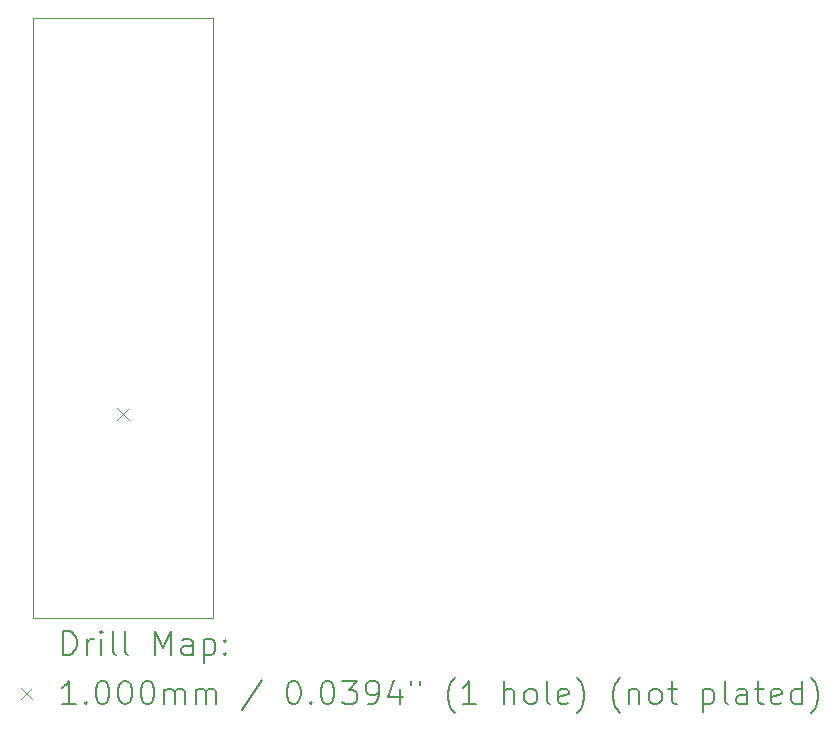
<source format=gbr>
%TF.GenerationSoftware,KiCad,Pcbnew,8.0.0*%
%TF.CreationDate,2024-03-15T22:38:59+11:00*%
%TF.ProjectId,PCAL6534EV-breakout,5043414c-3635-4333-9445-562d62726561,rev?*%
%TF.SameCoordinates,Original*%
%TF.FileFunction,Drillmap*%
%TF.FilePolarity,Positive*%
%FSLAX45Y45*%
G04 Gerber Fmt 4.5, Leading zero omitted, Abs format (unit mm)*
G04 Created by KiCad (PCBNEW 8.0.0) date 2024-03-15 22:38:59*
%MOMM*%
%LPD*%
G01*
G04 APERTURE LIST*
%ADD10C,0.050000*%
%ADD11C,0.200000*%
%ADD12C,0.100000*%
G04 APERTURE END LIST*
D10*
X14738000Y-8508000D02*
X16262000Y-8508000D01*
X16262000Y-13588000D01*
X14738000Y-13588000D01*
X14738000Y-8508000D01*
D11*
D12*
X15450000Y-11815880D02*
X15550000Y-11915880D01*
X15550000Y-11815880D02*
X15450000Y-11915880D01*
D11*
X14996277Y-13901984D02*
X14996277Y-13701984D01*
X14996277Y-13701984D02*
X15043896Y-13701984D01*
X15043896Y-13701984D02*
X15072467Y-13711508D01*
X15072467Y-13711508D02*
X15091515Y-13730555D01*
X15091515Y-13730555D02*
X15101039Y-13749603D01*
X15101039Y-13749603D02*
X15110562Y-13787698D01*
X15110562Y-13787698D02*
X15110562Y-13816269D01*
X15110562Y-13816269D02*
X15101039Y-13854365D01*
X15101039Y-13854365D02*
X15091515Y-13873412D01*
X15091515Y-13873412D02*
X15072467Y-13892460D01*
X15072467Y-13892460D02*
X15043896Y-13901984D01*
X15043896Y-13901984D02*
X14996277Y-13901984D01*
X15196277Y-13901984D02*
X15196277Y-13768650D01*
X15196277Y-13806746D02*
X15205801Y-13787698D01*
X15205801Y-13787698D02*
X15215324Y-13778174D01*
X15215324Y-13778174D02*
X15234372Y-13768650D01*
X15234372Y-13768650D02*
X15253420Y-13768650D01*
X15320086Y-13901984D02*
X15320086Y-13768650D01*
X15320086Y-13701984D02*
X15310562Y-13711508D01*
X15310562Y-13711508D02*
X15320086Y-13721031D01*
X15320086Y-13721031D02*
X15329610Y-13711508D01*
X15329610Y-13711508D02*
X15320086Y-13701984D01*
X15320086Y-13701984D02*
X15320086Y-13721031D01*
X15443896Y-13901984D02*
X15424848Y-13892460D01*
X15424848Y-13892460D02*
X15415324Y-13873412D01*
X15415324Y-13873412D02*
X15415324Y-13701984D01*
X15548658Y-13901984D02*
X15529610Y-13892460D01*
X15529610Y-13892460D02*
X15520086Y-13873412D01*
X15520086Y-13873412D02*
X15520086Y-13701984D01*
X15777229Y-13901984D02*
X15777229Y-13701984D01*
X15777229Y-13701984D02*
X15843896Y-13844841D01*
X15843896Y-13844841D02*
X15910562Y-13701984D01*
X15910562Y-13701984D02*
X15910562Y-13901984D01*
X16091515Y-13901984D02*
X16091515Y-13797222D01*
X16091515Y-13797222D02*
X16081991Y-13778174D01*
X16081991Y-13778174D02*
X16062943Y-13768650D01*
X16062943Y-13768650D02*
X16024848Y-13768650D01*
X16024848Y-13768650D02*
X16005801Y-13778174D01*
X16091515Y-13892460D02*
X16072467Y-13901984D01*
X16072467Y-13901984D02*
X16024848Y-13901984D01*
X16024848Y-13901984D02*
X16005801Y-13892460D01*
X16005801Y-13892460D02*
X15996277Y-13873412D01*
X15996277Y-13873412D02*
X15996277Y-13854365D01*
X15996277Y-13854365D02*
X16005801Y-13835317D01*
X16005801Y-13835317D02*
X16024848Y-13825793D01*
X16024848Y-13825793D02*
X16072467Y-13825793D01*
X16072467Y-13825793D02*
X16091515Y-13816269D01*
X16186753Y-13768650D02*
X16186753Y-13968650D01*
X16186753Y-13778174D02*
X16205801Y-13768650D01*
X16205801Y-13768650D02*
X16243896Y-13768650D01*
X16243896Y-13768650D02*
X16262943Y-13778174D01*
X16262943Y-13778174D02*
X16272467Y-13787698D01*
X16272467Y-13787698D02*
X16281991Y-13806746D01*
X16281991Y-13806746D02*
X16281991Y-13863888D01*
X16281991Y-13863888D02*
X16272467Y-13882936D01*
X16272467Y-13882936D02*
X16262943Y-13892460D01*
X16262943Y-13892460D02*
X16243896Y-13901984D01*
X16243896Y-13901984D02*
X16205801Y-13901984D01*
X16205801Y-13901984D02*
X16186753Y-13892460D01*
X16367705Y-13882936D02*
X16377229Y-13892460D01*
X16377229Y-13892460D02*
X16367705Y-13901984D01*
X16367705Y-13901984D02*
X16358182Y-13892460D01*
X16358182Y-13892460D02*
X16367705Y-13882936D01*
X16367705Y-13882936D02*
X16367705Y-13901984D01*
X16367705Y-13778174D02*
X16377229Y-13787698D01*
X16377229Y-13787698D02*
X16367705Y-13797222D01*
X16367705Y-13797222D02*
X16358182Y-13787698D01*
X16358182Y-13787698D02*
X16367705Y-13778174D01*
X16367705Y-13778174D02*
X16367705Y-13797222D01*
D12*
X14635500Y-14180500D02*
X14735500Y-14280500D01*
X14735500Y-14180500D02*
X14635500Y-14280500D01*
D11*
X15101039Y-14321984D02*
X14986753Y-14321984D01*
X15043896Y-14321984D02*
X15043896Y-14121984D01*
X15043896Y-14121984D02*
X15024848Y-14150555D01*
X15024848Y-14150555D02*
X15005801Y-14169603D01*
X15005801Y-14169603D02*
X14986753Y-14179127D01*
X15186753Y-14302936D02*
X15196277Y-14312460D01*
X15196277Y-14312460D02*
X15186753Y-14321984D01*
X15186753Y-14321984D02*
X15177229Y-14312460D01*
X15177229Y-14312460D02*
X15186753Y-14302936D01*
X15186753Y-14302936D02*
X15186753Y-14321984D01*
X15320086Y-14121984D02*
X15339134Y-14121984D01*
X15339134Y-14121984D02*
X15358182Y-14131508D01*
X15358182Y-14131508D02*
X15367705Y-14141031D01*
X15367705Y-14141031D02*
X15377229Y-14160079D01*
X15377229Y-14160079D02*
X15386753Y-14198174D01*
X15386753Y-14198174D02*
X15386753Y-14245793D01*
X15386753Y-14245793D02*
X15377229Y-14283888D01*
X15377229Y-14283888D02*
X15367705Y-14302936D01*
X15367705Y-14302936D02*
X15358182Y-14312460D01*
X15358182Y-14312460D02*
X15339134Y-14321984D01*
X15339134Y-14321984D02*
X15320086Y-14321984D01*
X15320086Y-14321984D02*
X15301039Y-14312460D01*
X15301039Y-14312460D02*
X15291515Y-14302936D01*
X15291515Y-14302936D02*
X15281991Y-14283888D01*
X15281991Y-14283888D02*
X15272467Y-14245793D01*
X15272467Y-14245793D02*
X15272467Y-14198174D01*
X15272467Y-14198174D02*
X15281991Y-14160079D01*
X15281991Y-14160079D02*
X15291515Y-14141031D01*
X15291515Y-14141031D02*
X15301039Y-14131508D01*
X15301039Y-14131508D02*
X15320086Y-14121984D01*
X15510562Y-14121984D02*
X15529610Y-14121984D01*
X15529610Y-14121984D02*
X15548658Y-14131508D01*
X15548658Y-14131508D02*
X15558182Y-14141031D01*
X15558182Y-14141031D02*
X15567705Y-14160079D01*
X15567705Y-14160079D02*
X15577229Y-14198174D01*
X15577229Y-14198174D02*
X15577229Y-14245793D01*
X15577229Y-14245793D02*
X15567705Y-14283888D01*
X15567705Y-14283888D02*
X15558182Y-14302936D01*
X15558182Y-14302936D02*
X15548658Y-14312460D01*
X15548658Y-14312460D02*
X15529610Y-14321984D01*
X15529610Y-14321984D02*
X15510562Y-14321984D01*
X15510562Y-14321984D02*
X15491515Y-14312460D01*
X15491515Y-14312460D02*
X15481991Y-14302936D01*
X15481991Y-14302936D02*
X15472467Y-14283888D01*
X15472467Y-14283888D02*
X15462943Y-14245793D01*
X15462943Y-14245793D02*
X15462943Y-14198174D01*
X15462943Y-14198174D02*
X15472467Y-14160079D01*
X15472467Y-14160079D02*
X15481991Y-14141031D01*
X15481991Y-14141031D02*
X15491515Y-14131508D01*
X15491515Y-14131508D02*
X15510562Y-14121984D01*
X15701039Y-14121984D02*
X15720086Y-14121984D01*
X15720086Y-14121984D02*
X15739134Y-14131508D01*
X15739134Y-14131508D02*
X15748658Y-14141031D01*
X15748658Y-14141031D02*
X15758182Y-14160079D01*
X15758182Y-14160079D02*
X15767705Y-14198174D01*
X15767705Y-14198174D02*
X15767705Y-14245793D01*
X15767705Y-14245793D02*
X15758182Y-14283888D01*
X15758182Y-14283888D02*
X15748658Y-14302936D01*
X15748658Y-14302936D02*
X15739134Y-14312460D01*
X15739134Y-14312460D02*
X15720086Y-14321984D01*
X15720086Y-14321984D02*
X15701039Y-14321984D01*
X15701039Y-14321984D02*
X15681991Y-14312460D01*
X15681991Y-14312460D02*
X15672467Y-14302936D01*
X15672467Y-14302936D02*
X15662943Y-14283888D01*
X15662943Y-14283888D02*
X15653420Y-14245793D01*
X15653420Y-14245793D02*
X15653420Y-14198174D01*
X15653420Y-14198174D02*
X15662943Y-14160079D01*
X15662943Y-14160079D02*
X15672467Y-14141031D01*
X15672467Y-14141031D02*
X15681991Y-14131508D01*
X15681991Y-14131508D02*
X15701039Y-14121984D01*
X15853420Y-14321984D02*
X15853420Y-14188650D01*
X15853420Y-14207698D02*
X15862943Y-14198174D01*
X15862943Y-14198174D02*
X15881991Y-14188650D01*
X15881991Y-14188650D02*
X15910563Y-14188650D01*
X15910563Y-14188650D02*
X15929610Y-14198174D01*
X15929610Y-14198174D02*
X15939134Y-14217222D01*
X15939134Y-14217222D02*
X15939134Y-14321984D01*
X15939134Y-14217222D02*
X15948658Y-14198174D01*
X15948658Y-14198174D02*
X15967705Y-14188650D01*
X15967705Y-14188650D02*
X15996277Y-14188650D01*
X15996277Y-14188650D02*
X16015324Y-14198174D01*
X16015324Y-14198174D02*
X16024848Y-14217222D01*
X16024848Y-14217222D02*
X16024848Y-14321984D01*
X16120086Y-14321984D02*
X16120086Y-14188650D01*
X16120086Y-14207698D02*
X16129610Y-14198174D01*
X16129610Y-14198174D02*
X16148658Y-14188650D01*
X16148658Y-14188650D02*
X16177229Y-14188650D01*
X16177229Y-14188650D02*
X16196277Y-14198174D01*
X16196277Y-14198174D02*
X16205801Y-14217222D01*
X16205801Y-14217222D02*
X16205801Y-14321984D01*
X16205801Y-14217222D02*
X16215324Y-14198174D01*
X16215324Y-14198174D02*
X16234372Y-14188650D01*
X16234372Y-14188650D02*
X16262943Y-14188650D01*
X16262943Y-14188650D02*
X16281991Y-14198174D01*
X16281991Y-14198174D02*
X16291515Y-14217222D01*
X16291515Y-14217222D02*
X16291515Y-14321984D01*
X16681991Y-14112460D02*
X16510563Y-14369603D01*
X16939134Y-14121984D02*
X16958182Y-14121984D01*
X16958182Y-14121984D02*
X16977229Y-14131508D01*
X16977229Y-14131508D02*
X16986753Y-14141031D01*
X16986753Y-14141031D02*
X16996277Y-14160079D01*
X16996277Y-14160079D02*
X17005801Y-14198174D01*
X17005801Y-14198174D02*
X17005801Y-14245793D01*
X17005801Y-14245793D02*
X16996277Y-14283888D01*
X16996277Y-14283888D02*
X16986753Y-14302936D01*
X16986753Y-14302936D02*
X16977229Y-14312460D01*
X16977229Y-14312460D02*
X16958182Y-14321984D01*
X16958182Y-14321984D02*
X16939134Y-14321984D01*
X16939134Y-14321984D02*
X16920087Y-14312460D01*
X16920087Y-14312460D02*
X16910563Y-14302936D01*
X16910563Y-14302936D02*
X16901039Y-14283888D01*
X16901039Y-14283888D02*
X16891515Y-14245793D01*
X16891515Y-14245793D02*
X16891515Y-14198174D01*
X16891515Y-14198174D02*
X16901039Y-14160079D01*
X16901039Y-14160079D02*
X16910563Y-14141031D01*
X16910563Y-14141031D02*
X16920087Y-14131508D01*
X16920087Y-14131508D02*
X16939134Y-14121984D01*
X17091515Y-14302936D02*
X17101039Y-14312460D01*
X17101039Y-14312460D02*
X17091515Y-14321984D01*
X17091515Y-14321984D02*
X17081991Y-14312460D01*
X17081991Y-14312460D02*
X17091515Y-14302936D01*
X17091515Y-14302936D02*
X17091515Y-14321984D01*
X17224848Y-14121984D02*
X17243896Y-14121984D01*
X17243896Y-14121984D02*
X17262944Y-14131508D01*
X17262944Y-14131508D02*
X17272468Y-14141031D01*
X17272468Y-14141031D02*
X17281991Y-14160079D01*
X17281991Y-14160079D02*
X17291515Y-14198174D01*
X17291515Y-14198174D02*
X17291515Y-14245793D01*
X17291515Y-14245793D02*
X17281991Y-14283888D01*
X17281991Y-14283888D02*
X17272468Y-14302936D01*
X17272468Y-14302936D02*
X17262944Y-14312460D01*
X17262944Y-14312460D02*
X17243896Y-14321984D01*
X17243896Y-14321984D02*
X17224848Y-14321984D01*
X17224848Y-14321984D02*
X17205801Y-14312460D01*
X17205801Y-14312460D02*
X17196277Y-14302936D01*
X17196277Y-14302936D02*
X17186753Y-14283888D01*
X17186753Y-14283888D02*
X17177229Y-14245793D01*
X17177229Y-14245793D02*
X17177229Y-14198174D01*
X17177229Y-14198174D02*
X17186753Y-14160079D01*
X17186753Y-14160079D02*
X17196277Y-14141031D01*
X17196277Y-14141031D02*
X17205801Y-14131508D01*
X17205801Y-14131508D02*
X17224848Y-14121984D01*
X17358182Y-14121984D02*
X17481991Y-14121984D01*
X17481991Y-14121984D02*
X17415325Y-14198174D01*
X17415325Y-14198174D02*
X17443896Y-14198174D01*
X17443896Y-14198174D02*
X17462944Y-14207698D01*
X17462944Y-14207698D02*
X17472468Y-14217222D01*
X17472468Y-14217222D02*
X17481991Y-14236269D01*
X17481991Y-14236269D02*
X17481991Y-14283888D01*
X17481991Y-14283888D02*
X17472468Y-14302936D01*
X17472468Y-14302936D02*
X17462944Y-14312460D01*
X17462944Y-14312460D02*
X17443896Y-14321984D01*
X17443896Y-14321984D02*
X17386753Y-14321984D01*
X17386753Y-14321984D02*
X17367706Y-14312460D01*
X17367706Y-14312460D02*
X17358182Y-14302936D01*
X17577229Y-14321984D02*
X17615325Y-14321984D01*
X17615325Y-14321984D02*
X17634372Y-14312460D01*
X17634372Y-14312460D02*
X17643896Y-14302936D01*
X17643896Y-14302936D02*
X17662944Y-14274365D01*
X17662944Y-14274365D02*
X17672468Y-14236269D01*
X17672468Y-14236269D02*
X17672468Y-14160079D01*
X17672468Y-14160079D02*
X17662944Y-14141031D01*
X17662944Y-14141031D02*
X17653420Y-14131508D01*
X17653420Y-14131508D02*
X17634372Y-14121984D01*
X17634372Y-14121984D02*
X17596277Y-14121984D01*
X17596277Y-14121984D02*
X17577229Y-14131508D01*
X17577229Y-14131508D02*
X17567706Y-14141031D01*
X17567706Y-14141031D02*
X17558182Y-14160079D01*
X17558182Y-14160079D02*
X17558182Y-14207698D01*
X17558182Y-14207698D02*
X17567706Y-14226746D01*
X17567706Y-14226746D02*
X17577229Y-14236269D01*
X17577229Y-14236269D02*
X17596277Y-14245793D01*
X17596277Y-14245793D02*
X17634372Y-14245793D01*
X17634372Y-14245793D02*
X17653420Y-14236269D01*
X17653420Y-14236269D02*
X17662944Y-14226746D01*
X17662944Y-14226746D02*
X17672468Y-14207698D01*
X17843896Y-14188650D02*
X17843896Y-14321984D01*
X17796277Y-14112460D02*
X17748658Y-14255317D01*
X17748658Y-14255317D02*
X17872468Y-14255317D01*
X17939134Y-14121984D02*
X17939134Y-14160079D01*
X18015325Y-14121984D02*
X18015325Y-14160079D01*
X18310563Y-14398174D02*
X18301039Y-14388650D01*
X18301039Y-14388650D02*
X18281991Y-14360079D01*
X18281991Y-14360079D02*
X18272468Y-14341031D01*
X18272468Y-14341031D02*
X18262944Y-14312460D01*
X18262944Y-14312460D02*
X18253420Y-14264841D01*
X18253420Y-14264841D02*
X18253420Y-14226746D01*
X18253420Y-14226746D02*
X18262944Y-14179127D01*
X18262944Y-14179127D02*
X18272468Y-14150555D01*
X18272468Y-14150555D02*
X18281991Y-14131508D01*
X18281991Y-14131508D02*
X18301039Y-14102936D01*
X18301039Y-14102936D02*
X18310563Y-14093412D01*
X18491515Y-14321984D02*
X18377230Y-14321984D01*
X18434372Y-14321984D02*
X18434372Y-14121984D01*
X18434372Y-14121984D02*
X18415325Y-14150555D01*
X18415325Y-14150555D02*
X18396277Y-14169603D01*
X18396277Y-14169603D02*
X18377230Y-14179127D01*
X18729611Y-14321984D02*
X18729611Y-14121984D01*
X18815325Y-14321984D02*
X18815325Y-14217222D01*
X18815325Y-14217222D02*
X18805801Y-14198174D01*
X18805801Y-14198174D02*
X18786753Y-14188650D01*
X18786753Y-14188650D02*
X18758182Y-14188650D01*
X18758182Y-14188650D02*
X18739134Y-14198174D01*
X18739134Y-14198174D02*
X18729611Y-14207698D01*
X18939134Y-14321984D02*
X18920087Y-14312460D01*
X18920087Y-14312460D02*
X18910563Y-14302936D01*
X18910563Y-14302936D02*
X18901039Y-14283888D01*
X18901039Y-14283888D02*
X18901039Y-14226746D01*
X18901039Y-14226746D02*
X18910563Y-14207698D01*
X18910563Y-14207698D02*
X18920087Y-14198174D01*
X18920087Y-14198174D02*
X18939134Y-14188650D01*
X18939134Y-14188650D02*
X18967706Y-14188650D01*
X18967706Y-14188650D02*
X18986753Y-14198174D01*
X18986753Y-14198174D02*
X18996277Y-14207698D01*
X18996277Y-14207698D02*
X19005801Y-14226746D01*
X19005801Y-14226746D02*
X19005801Y-14283888D01*
X19005801Y-14283888D02*
X18996277Y-14302936D01*
X18996277Y-14302936D02*
X18986753Y-14312460D01*
X18986753Y-14312460D02*
X18967706Y-14321984D01*
X18967706Y-14321984D02*
X18939134Y-14321984D01*
X19120087Y-14321984D02*
X19101039Y-14312460D01*
X19101039Y-14312460D02*
X19091515Y-14293412D01*
X19091515Y-14293412D02*
X19091515Y-14121984D01*
X19272468Y-14312460D02*
X19253420Y-14321984D01*
X19253420Y-14321984D02*
X19215325Y-14321984D01*
X19215325Y-14321984D02*
X19196277Y-14312460D01*
X19196277Y-14312460D02*
X19186753Y-14293412D01*
X19186753Y-14293412D02*
X19186753Y-14217222D01*
X19186753Y-14217222D02*
X19196277Y-14198174D01*
X19196277Y-14198174D02*
X19215325Y-14188650D01*
X19215325Y-14188650D02*
X19253420Y-14188650D01*
X19253420Y-14188650D02*
X19272468Y-14198174D01*
X19272468Y-14198174D02*
X19281992Y-14217222D01*
X19281992Y-14217222D02*
X19281992Y-14236269D01*
X19281992Y-14236269D02*
X19186753Y-14255317D01*
X19348658Y-14398174D02*
X19358182Y-14388650D01*
X19358182Y-14388650D02*
X19377230Y-14360079D01*
X19377230Y-14360079D02*
X19386753Y-14341031D01*
X19386753Y-14341031D02*
X19396277Y-14312460D01*
X19396277Y-14312460D02*
X19405801Y-14264841D01*
X19405801Y-14264841D02*
X19405801Y-14226746D01*
X19405801Y-14226746D02*
X19396277Y-14179127D01*
X19396277Y-14179127D02*
X19386753Y-14150555D01*
X19386753Y-14150555D02*
X19377230Y-14131508D01*
X19377230Y-14131508D02*
X19358182Y-14102936D01*
X19358182Y-14102936D02*
X19348658Y-14093412D01*
X19710563Y-14398174D02*
X19701039Y-14388650D01*
X19701039Y-14388650D02*
X19681992Y-14360079D01*
X19681992Y-14360079D02*
X19672468Y-14341031D01*
X19672468Y-14341031D02*
X19662944Y-14312460D01*
X19662944Y-14312460D02*
X19653420Y-14264841D01*
X19653420Y-14264841D02*
X19653420Y-14226746D01*
X19653420Y-14226746D02*
X19662944Y-14179127D01*
X19662944Y-14179127D02*
X19672468Y-14150555D01*
X19672468Y-14150555D02*
X19681992Y-14131508D01*
X19681992Y-14131508D02*
X19701039Y-14102936D01*
X19701039Y-14102936D02*
X19710563Y-14093412D01*
X19786753Y-14188650D02*
X19786753Y-14321984D01*
X19786753Y-14207698D02*
X19796277Y-14198174D01*
X19796277Y-14198174D02*
X19815325Y-14188650D01*
X19815325Y-14188650D02*
X19843896Y-14188650D01*
X19843896Y-14188650D02*
X19862944Y-14198174D01*
X19862944Y-14198174D02*
X19872468Y-14217222D01*
X19872468Y-14217222D02*
X19872468Y-14321984D01*
X19996277Y-14321984D02*
X19977230Y-14312460D01*
X19977230Y-14312460D02*
X19967706Y-14302936D01*
X19967706Y-14302936D02*
X19958182Y-14283888D01*
X19958182Y-14283888D02*
X19958182Y-14226746D01*
X19958182Y-14226746D02*
X19967706Y-14207698D01*
X19967706Y-14207698D02*
X19977230Y-14198174D01*
X19977230Y-14198174D02*
X19996277Y-14188650D01*
X19996277Y-14188650D02*
X20024849Y-14188650D01*
X20024849Y-14188650D02*
X20043896Y-14198174D01*
X20043896Y-14198174D02*
X20053420Y-14207698D01*
X20053420Y-14207698D02*
X20062944Y-14226746D01*
X20062944Y-14226746D02*
X20062944Y-14283888D01*
X20062944Y-14283888D02*
X20053420Y-14302936D01*
X20053420Y-14302936D02*
X20043896Y-14312460D01*
X20043896Y-14312460D02*
X20024849Y-14321984D01*
X20024849Y-14321984D02*
X19996277Y-14321984D01*
X20120087Y-14188650D02*
X20196277Y-14188650D01*
X20148658Y-14121984D02*
X20148658Y-14293412D01*
X20148658Y-14293412D02*
X20158182Y-14312460D01*
X20158182Y-14312460D02*
X20177230Y-14321984D01*
X20177230Y-14321984D02*
X20196277Y-14321984D01*
X20415325Y-14188650D02*
X20415325Y-14388650D01*
X20415325Y-14198174D02*
X20434373Y-14188650D01*
X20434373Y-14188650D02*
X20472468Y-14188650D01*
X20472468Y-14188650D02*
X20491515Y-14198174D01*
X20491515Y-14198174D02*
X20501039Y-14207698D01*
X20501039Y-14207698D02*
X20510563Y-14226746D01*
X20510563Y-14226746D02*
X20510563Y-14283888D01*
X20510563Y-14283888D02*
X20501039Y-14302936D01*
X20501039Y-14302936D02*
X20491515Y-14312460D01*
X20491515Y-14312460D02*
X20472468Y-14321984D01*
X20472468Y-14321984D02*
X20434373Y-14321984D01*
X20434373Y-14321984D02*
X20415325Y-14312460D01*
X20624849Y-14321984D02*
X20605801Y-14312460D01*
X20605801Y-14312460D02*
X20596277Y-14293412D01*
X20596277Y-14293412D02*
X20596277Y-14121984D01*
X20786754Y-14321984D02*
X20786754Y-14217222D01*
X20786754Y-14217222D02*
X20777230Y-14198174D01*
X20777230Y-14198174D02*
X20758182Y-14188650D01*
X20758182Y-14188650D02*
X20720087Y-14188650D01*
X20720087Y-14188650D02*
X20701039Y-14198174D01*
X20786754Y-14312460D02*
X20767706Y-14321984D01*
X20767706Y-14321984D02*
X20720087Y-14321984D01*
X20720087Y-14321984D02*
X20701039Y-14312460D01*
X20701039Y-14312460D02*
X20691515Y-14293412D01*
X20691515Y-14293412D02*
X20691515Y-14274365D01*
X20691515Y-14274365D02*
X20701039Y-14255317D01*
X20701039Y-14255317D02*
X20720087Y-14245793D01*
X20720087Y-14245793D02*
X20767706Y-14245793D01*
X20767706Y-14245793D02*
X20786754Y-14236269D01*
X20853420Y-14188650D02*
X20929611Y-14188650D01*
X20881992Y-14121984D02*
X20881992Y-14293412D01*
X20881992Y-14293412D02*
X20891515Y-14312460D01*
X20891515Y-14312460D02*
X20910563Y-14321984D01*
X20910563Y-14321984D02*
X20929611Y-14321984D01*
X21072468Y-14312460D02*
X21053420Y-14321984D01*
X21053420Y-14321984D02*
X21015325Y-14321984D01*
X21015325Y-14321984D02*
X20996277Y-14312460D01*
X20996277Y-14312460D02*
X20986754Y-14293412D01*
X20986754Y-14293412D02*
X20986754Y-14217222D01*
X20986754Y-14217222D02*
X20996277Y-14198174D01*
X20996277Y-14198174D02*
X21015325Y-14188650D01*
X21015325Y-14188650D02*
X21053420Y-14188650D01*
X21053420Y-14188650D02*
X21072468Y-14198174D01*
X21072468Y-14198174D02*
X21081992Y-14217222D01*
X21081992Y-14217222D02*
X21081992Y-14236269D01*
X21081992Y-14236269D02*
X20986754Y-14255317D01*
X21253420Y-14321984D02*
X21253420Y-14121984D01*
X21253420Y-14312460D02*
X21234373Y-14321984D01*
X21234373Y-14321984D02*
X21196277Y-14321984D01*
X21196277Y-14321984D02*
X21177230Y-14312460D01*
X21177230Y-14312460D02*
X21167706Y-14302936D01*
X21167706Y-14302936D02*
X21158182Y-14283888D01*
X21158182Y-14283888D02*
X21158182Y-14226746D01*
X21158182Y-14226746D02*
X21167706Y-14207698D01*
X21167706Y-14207698D02*
X21177230Y-14198174D01*
X21177230Y-14198174D02*
X21196277Y-14188650D01*
X21196277Y-14188650D02*
X21234373Y-14188650D01*
X21234373Y-14188650D02*
X21253420Y-14198174D01*
X21329611Y-14398174D02*
X21339135Y-14388650D01*
X21339135Y-14388650D02*
X21358182Y-14360079D01*
X21358182Y-14360079D02*
X21367706Y-14341031D01*
X21367706Y-14341031D02*
X21377230Y-14312460D01*
X21377230Y-14312460D02*
X21386754Y-14264841D01*
X21386754Y-14264841D02*
X21386754Y-14226746D01*
X21386754Y-14226746D02*
X21377230Y-14179127D01*
X21377230Y-14179127D02*
X21367706Y-14150555D01*
X21367706Y-14150555D02*
X21358182Y-14131508D01*
X21358182Y-14131508D02*
X21339135Y-14102936D01*
X21339135Y-14102936D02*
X21329611Y-14093412D01*
M02*

</source>
